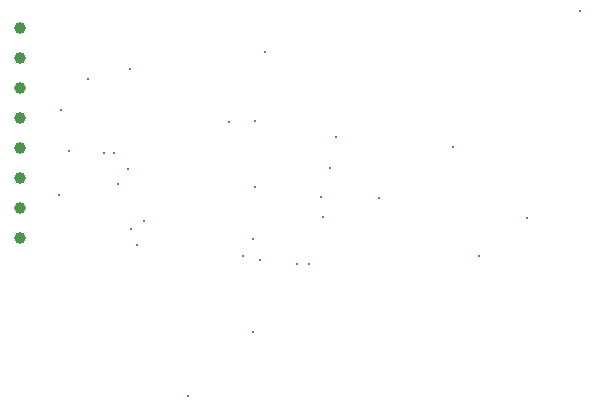
<source format=gbr>
%TF.GenerationSoftware,KiCad,Pcbnew,9.0.3*%
%TF.CreationDate,2026-02-26T20:24:48-03:00*%
%TF.ProjectId,EEGFrontier,45454746-726f-46e7-9469-65722e6b6963,rev?*%
%TF.SameCoordinates,Original*%
%TF.FileFunction,Plated,1,2,PTH,Drill*%
%TF.FilePolarity,Positive*%
%FSLAX46Y46*%
G04 Gerber Fmt 4.6, Leading zero omitted, Abs format (unit mm)*
G04 Created by KiCad (PCBNEW 9.0.3) date 2026-02-26 20:24:48*
%MOMM*%
%LPD*%
G01*
G04 APERTURE LIST*
%TA.AperFunction,ViaDrill*%
%ADD10C,0.300000*%
%TD*%
%TA.AperFunction,ComponentDrill*%
%ADD11C,1.000000*%
%TD*%
G04 APERTURE END LIST*
D10*
X113400000Y-83725000D03*
X113550000Y-76500000D03*
X114275000Y-79975000D03*
X115850000Y-73900000D03*
X117175000Y-80175000D03*
X118049265Y-80200735D03*
X118350000Y-82825000D03*
X119225000Y-81509000D03*
X119375000Y-73075000D03*
X119500000Y-86625000D03*
X120025000Y-87925000D03*
X120550000Y-85875000D03*
X124275000Y-100775000D03*
X127777500Y-77575000D03*
X129000000Y-88900000D03*
X129800000Y-87400000D03*
X129850000Y-95300000D03*
X129975000Y-77475000D03*
X129975000Y-83025000D03*
X130450000Y-89250000D03*
X130875000Y-71600000D03*
X133503188Y-89596812D03*
X134530058Y-89594942D03*
X135575000Y-83925000D03*
X135750000Y-85575000D03*
X136350000Y-81421000D03*
X136825000Y-78825000D03*
X140450000Y-83975000D03*
X146775000Y-79675000D03*
X148925000Y-88850000D03*
X153050000Y-85625000D03*
X157525000Y-68125000D03*
D11*
%TO.C,J1*%
X110100000Y-69555000D03*
X110100000Y-72095000D03*
X110100000Y-74635000D03*
X110100000Y-77175000D03*
X110100000Y-79715000D03*
X110100000Y-82255000D03*
X110100000Y-84795000D03*
X110100000Y-87335000D03*
M02*

</source>
